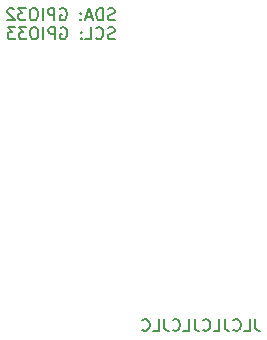
<source format=gbr>
%TF.GenerationSoftware,KiCad,Pcbnew,8.0.5*%
%TF.CreationDate,2024-09-19T11:43:03+02:00*%
%TF.ProjectId,QuinLED-ESP32-Lux,5175696e-4c45-4442-9d45-535033322d4c,rev?*%
%TF.SameCoordinates,Original*%
%TF.FileFunction,Legend,Bot*%
%TF.FilePolarity,Positive*%
%FSLAX46Y46*%
G04 Gerber Fmt 4.6, Leading zero omitted, Abs format (unit mm)*
G04 Created by KiCad (PCBNEW 8.0.5) date 2024-09-19 11:43:03*
%MOMM*%
%LPD*%
G01*
G04 APERTURE LIST*
%ADD10C,0.150000*%
G04 APERTURE END LIST*
D10*
X146564586Y-84225923D02*
X146421729Y-84273542D01*
X146421729Y-84273542D02*
X146183634Y-84273542D01*
X146183634Y-84273542D02*
X146088396Y-84225923D01*
X146088396Y-84225923D02*
X146040777Y-84178303D01*
X146040777Y-84178303D02*
X145993158Y-84083065D01*
X145993158Y-84083065D02*
X145993158Y-83987827D01*
X145993158Y-83987827D02*
X146040777Y-83892589D01*
X146040777Y-83892589D02*
X146088396Y-83844970D01*
X146088396Y-83844970D02*
X146183634Y-83797351D01*
X146183634Y-83797351D02*
X146374110Y-83749732D01*
X146374110Y-83749732D02*
X146469348Y-83702113D01*
X146469348Y-83702113D02*
X146516967Y-83654494D01*
X146516967Y-83654494D02*
X146564586Y-83559256D01*
X146564586Y-83559256D02*
X146564586Y-83464018D01*
X146564586Y-83464018D02*
X146516967Y-83368780D01*
X146516967Y-83368780D02*
X146469348Y-83321161D01*
X146469348Y-83321161D02*
X146374110Y-83273542D01*
X146374110Y-83273542D02*
X146136015Y-83273542D01*
X146136015Y-83273542D02*
X145993158Y-83321161D01*
X145564586Y-84273542D02*
X145564586Y-83273542D01*
X145564586Y-83273542D02*
X145326491Y-83273542D01*
X145326491Y-83273542D02*
X145183634Y-83321161D01*
X145183634Y-83321161D02*
X145088396Y-83416399D01*
X145088396Y-83416399D02*
X145040777Y-83511637D01*
X145040777Y-83511637D02*
X144993158Y-83702113D01*
X144993158Y-83702113D02*
X144993158Y-83844970D01*
X144993158Y-83844970D02*
X145040777Y-84035446D01*
X145040777Y-84035446D02*
X145088396Y-84130684D01*
X145088396Y-84130684D02*
X145183634Y-84225923D01*
X145183634Y-84225923D02*
X145326491Y-84273542D01*
X145326491Y-84273542D02*
X145564586Y-84273542D01*
X144612205Y-83987827D02*
X144136015Y-83987827D01*
X144707443Y-84273542D02*
X144374110Y-83273542D01*
X144374110Y-83273542D02*
X144040777Y-84273542D01*
X143707443Y-84178303D02*
X143659824Y-84225923D01*
X143659824Y-84225923D02*
X143707443Y-84273542D01*
X143707443Y-84273542D02*
X143755062Y-84225923D01*
X143755062Y-84225923D02*
X143707443Y-84178303D01*
X143707443Y-84178303D02*
X143707443Y-84273542D01*
X143707443Y-83654494D02*
X143659824Y-83702113D01*
X143659824Y-83702113D02*
X143707443Y-83749732D01*
X143707443Y-83749732D02*
X143755062Y-83702113D01*
X143755062Y-83702113D02*
X143707443Y-83654494D01*
X143707443Y-83654494D02*
X143707443Y-83749732D01*
X141945539Y-83321161D02*
X142040777Y-83273542D01*
X142040777Y-83273542D02*
X142183634Y-83273542D01*
X142183634Y-83273542D02*
X142326491Y-83321161D01*
X142326491Y-83321161D02*
X142421729Y-83416399D01*
X142421729Y-83416399D02*
X142469348Y-83511637D01*
X142469348Y-83511637D02*
X142516967Y-83702113D01*
X142516967Y-83702113D02*
X142516967Y-83844970D01*
X142516967Y-83844970D02*
X142469348Y-84035446D01*
X142469348Y-84035446D02*
X142421729Y-84130684D01*
X142421729Y-84130684D02*
X142326491Y-84225923D01*
X142326491Y-84225923D02*
X142183634Y-84273542D01*
X142183634Y-84273542D02*
X142088396Y-84273542D01*
X142088396Y-84273542D02*
X141945539Y-84225923D01*
X141945539Y-84225923D02*
X141897920Y-84178303D01*
X141897920Y-84178303D02*
X141897920Y-83844970D01*
X141897920Y-83844970D02*
X142088396Y-83844970D01*
X141469348Y-84273542D02*
X141469348Y-83273542D01*
X141469348Y-83273542D02*
X141088396Y-83273542D01*
X141088396Y-83273542D02*
X140993158Y-83321161D01*
X140993158Y-83321161D02*
X140945539Y-83368780D01*
X140945539Y-83368780D02*
X140897920Y-83464018D01*
X140897920Y-83464018D02*
X140897920Y-83606875D01*
X140897920Y-83606875D02*
X140945539Y-83702113D01*
X140945539Y-83702113D02*
X140993158Y-83749732D01*
X140993158Y-83749732D02*
X141088396Y-83797351D01*
X141088396Y-83797351D02*
X141469348Y-83797351D01*
X140469348Y-84273542D02*
X140469348Y-83273542D01*
X139802682Y-83273542D02*
X139612206Y-83273542D01*
X139612206Y-83273542D02*
X139516968Y-83321161D01*
X139516968Y-83321161D02*
X139421730Y-83416399D01*
X139421730Y-83416399D02*
X139374111Y-83606875D01*
X139374111Y-83606875D02*
X139374111Y-83940208D01*
X139374111Y-83940208D02*
X139421730Y-84130684D01*
X139421730Y-84130684D02*
X139516968Y-84225923D01*
X139516968Y-84225923D02*
X139612206Y-84273542D01*
X139612206Y-84273542D02*
X139802682Y-84273542D01*
X139802682Y-84273542D02*
X139897920Y-84225923D01*
X139897920Y-84225923D02*
X139993158Y-84130684D01*
X139993158Y-84130684D02*
X140040777Y-83940208D01*
X140040777Y-83940208D02*
X140040777Y-83606875D01*
X140040777Y-83606875D02*
X139993158Y-83416399D01*
X139993158Y-83416399D02*
X139897920Y-83321161D01*
X139897920Y-83321161D02*
X139802682Y-83273542D01*
X139040777Y-83273542D02*
X138421730Y-83273542D01*
X138421730Y-83273542D02*
X138755063Y-83654494D01*
X138755063Y-83654494D02*
X138612206Y-83654494D01*
X138612206Y-83654494D02*
X138516968Y-83702113D01*
X138516968Y-83702113D02*
X138469349Y-83749732D01*
X138469349Y-83749732D02*
X138421730Y-83844970D01*
X138421730Y-83844970D02*
X138421730Y-84083065D01*
X138421730Y-84083065D02*
X138469349Y-84178303D01*
X138469349Y-84178303D02*
X138516968Y-84225923D01*
X138516968Y-84225923D02*
X138612206Y-84273542D01*
X138612206Y-84273542D02*
X138897920Y-84273542D01*
X138897920Y-84273542D02*
X138993158Y-84225923D01*
X138993158Y-84225923D02*
X139040777Y-84178303D01*
X138040777Y-83368780D02*
X137993158Y-83321161D01*
X137993158Y-83321161D02*
X137897920Y-83273542D01*
X137897920Y-83273542D02*
X137659825Y-83273542D01*
X137659825Y-83273542D02*
X137564587Y-83321161D01*
X137564587Y-83321161D02*
X137516968Y-83368780D01*
X137516968Y-83368780D02*
X137469349Y-83464018D01*
X137469349Y-83464018D02*
X137469349Y-83559256D01*
X137469349Y-83559256D02*
X137516968Y-83702113D01*
X137516968Y-83702113D02*
X138088396Y-84273542D01*
X138088396Y-84273542D02*
X137469349Y-84273542D01*
X146564586Y-85835867D02*
X146421729Y-85883486D01*
X146421729Y-85883486D02*
X146183634Y-85883486D01*
X146183634Y-85883486D02*
X146088396Y-85835867D01*
X146088396Y-85835867D02*
X146040777Y-85788247D01*
X146040777Y-85788247D02*
X145993158Y-85693009D01*
X145993158Y-85693009D02*
X145993158Y-85597771D01*
X145993158Y-85597771D02*
X146040777Y-85502533D01*
X146040777Y-85502533D02*
X146088396Y-85454914D01*
X146088396Y-85454914D02*
X146183634Y-85407295D01*
X146183634Y-85407295D02*
X146374110Y-85359676D01*
X146374110Y-85359676D02*
X146469348Y-85312057D01*
X146469348Y-85312057D02*
X146516967Y-85264438D01*
X146516967Y-85264438D02*
X146564586Y-85169200D01*
X146564586Y-85169200D02*
X146564586Y-85073962D01*
X146564586Y-85073962D02*
X146516967Y-84978724D01*
X146516967Y-84978724D02*
X146469348Y-84931105D01*
X146469348Y-84931105D02*
X146374110Y-84883486D01*
X146374110Y-84883486D02*
X146136015Y-84883486D01*
X146136015Y-84883486D02*
X145993158Y-84931105D01*
X144993158Y-85788247D02*
X145040777Y-85835867D01*
X145040777Y-85835867D02*
X145183634Y-85883486D01*
X145183634Y-85883486D02*
X145278872Y-85883486D01*
X145278872Y-85883486D02*
X145421729Y-85835867D01*
X145421729Y-85835867D02*
X145516967Y-85740628D01*
X145516967Y-85740628D02*
X145564586Y-85645390D01*
X145564586Y-85645390D02*
X145612205Y-85454914D01*
X145612205Y-85454914D02*
X145612205Y-85312057D01*
X145612205Y-85312057D02*
X145564586Y-85121581D01*
X145564586Y-85121581D02*
X145516967Y-85026343D01*
X145516967Y-85026343D02*
X145421729Y-84931105D01*
X145421729Y-84931105D02*
X145278872Y-84883486D01*
X145278872Y-84883486D02*
X145183634Y-84883486D01*
X145183634Y-84883486D02*
X145040777Y-84931105D01*
X145040777Y-84931105D02*
X144993158Y-84978724D01*
X144088396Y-85883486D02*
X144564586Y-85883486D01*
X144564586Y-85883486D02*
X144564586Y-84883486D01*
X143755062Y-85788247D02*
X143707443Y-85835867D01*
X143707443Y-85835867D02*
X143755062Y-85883486D01*
X143755062Y-85883486D02*
X143802681Y-85835867D01*
X143802681Y-85835867D02*
X143755062Y-85788247D01*
X143755062Y-85788247D02*
X143755062Y-85883486D01*
X143755062Y-85264438D02*
X143707443Y-85312057D01*
X143707443Y-85312057D02*
X143755062Y-85359676D01*
X143755062Y-85359676D02*
X143802681Y-85312057D01*
X143802681Y-85312057D02*
X143755062Y-85264438D01*
X143755062Y-85264438D02*
X143755062Y-85359676D01*
X141993158Y-84931105D02*
X142088396Y-84883486D01*
X142088396Y-84883486D02*
X142231253Y-84883486D01*
X142231253Y-84883486D02*
X142374110Y-84931105D01*
X142374110Y-84931105D02*
X142469348Y-85026343D01*
X142469348Y-85026343D02*
X142516967Y-85121581D01*
X142516967Y-85121581D02*
X142564586Y-85312057D01*
X142564586Y-85312057D02*
X142564586Y-85454914D01*
X142564586Y-85454914D02*
X142516967Y-85645390D01*
X142516967Y-85645390D02*
X142469348Y-85740628D01*
X142469348Y-85740628D02*
X142374110Y-85835867D01*
X142374110Y-85835867D02*
X142231253Y-85883486D01*
X142231253Y-85883486D02*
X142136015Y-85883486D01*
X142136015Y-85883486D02*
X141993158Y-85835867D01*
X141993158Y-85835867D02*
X141945539Y-85788247D01*
X141945539Y-85788247D02*
X141945539Y-85454914D01*
X141945539Y-85454914D02*
X142136015Y-85454914D01*
X141516967Y-85883486D02*
X141516967Y-84883486D01*
X141516967Y-84883486D02*
X141136015Y-84883486D01*
X141136015Y-84883486D02*
X141040777Y-84931105D01*
X141040777Y-84931105D02*
X140993158Y-84978724D01*
X140993158Y-84978724D02*
X140945539Y-85073962D01*
X140945539Y-85073962D02*
X140945539Y-85216819D01*
X140945539Y-85216819D02*
X140993158Y-85312057D01*
X140993158Y-85312057D02*
X141040777Y-85359676D01*
X141040777Y-85359676D02*
X141136015Y-85407295D01*
X141136015Y-85407295D02*
X141516967Y-85407295D01*
X140516967Y-85883486D02*
X140516967Y-84883486D01*
X139850301Y-84883486D02*
X139659825Y-84883486D01*
X139659825Y-84883486D02*
X139564587Y-84931105D01*
X139564587Y-84931105D02*
X139469349Y-85026343D01*
X139469349Y-85026343D02*
X139421730Y-85216819D01*
X139421730Y-85216819D02*
X139421730Y-85550152D01*
X139421730Y-85550152D02*
X139469349Y-85740628D01*
X139469349Y-85740628D02*
X139564587Y-85835867D01*
X139564587Y-85835867D02*
X139659825Y-85883486D01*
X139659825Y-85883486D02*
X139850301Y-85883486D01*
X139850301Y-85883486D02*
X139945539Y-85835867D01*
X139945539Y-85835867D02*
X140040777Y-85740628D01*
X140040777Y-85740628D02*
X140088396Y-85550152D01*
X140088396Y-85550152D02*
X140088396Y-85216819D01*
X140088396Y-85216819D02*
X140040777Y-85026343D01*
X140040777Y-85026343D02*
X139945539Y-84931105D01*
X139945539Y-84931105D02*
X139850301Y-84883486D01*
X139088396Y-84883486D02*
X138469349Y-84883486D01*
X138469349Y-84883486D02*
X138802682Y-85264438D01*
X138802682Y-85264438D02*
X138659825Y-85264438D01*
X138659825Y-85264438D02*
X138564587Y-85312057D01*
X138564587Y-85312057D02*
X138516968Y-85359676D01*
X138516968Y-85359676D02*
X138469349Y-85454914D01*
X138469349Y-85454914D02*
X138469349Y-85693009D01*
X138469349Y-85693009D02*
X138516968Y-85788247D01*
X138516968Y-85788247D02*
X138564587Y-85835867D01*
X138564587Y-85835867D02*
X138659825Y-85883486D01*
X138659825Y-85883486D02*
X138945539Y-85883486D01*
X138945539Y-85883486D02*
X139040777Y-85835867D01*
X139040777Y-85835867D02*
X139088396Y-85788247D01*
X138136015Y-84883486D02*
X137516968Y-84883486D01*
X137516968Y-84883486D02*
X137850301Y-85264438D01*
X137850301Y-85264438D02*
X137707444Y-85264438D01*
X137707444Y-85264438D02*
X137612206Y-85312057D01*
X137612206Y-85312057D02*
X137564587Y-85359676D01*
X137564587Y-85359676D02*
X137516968Y-85454914D01*
X137516968Y-85454914D02*
X137516968Y-85693009D01*
X137516968Y-85693009D02*
X137564587Y-85788247D01*
X137564587Y-85788247D02*
X137612206Y-85835867D01*
X137612206Y-85835867D02*
X137707444Y-85883486D01*
X137707444Y-85883486D02*
X137993158Y-85883486D01*
X137993158Y-85883486D02*
X138088396Y-85835867D01*
X138088396Y-85835867D02*
X138136015Y-85788247D01*
X158469275Y-109590366D02*
X158469275Y-110304651D01*
X158469275Y-110304651D02*
X158516894Y-110447508D01*
X158516894Y-110447508D02*
X158612132Y-110542747D01*
X158612132Y-110542747D02*
X158754989Y-110590366D01*
X158754989Y-110590366D02*
X158850227Y-110590366D01*
X157516894Y-110590366D02*
X157993084Y-110590366D01*
X157993084Y-110590366D02*
X157993084Y-109590366D01*
X156612132Y-110495127D02*
X156659751Y-110542747D01*
X156659751Y-110542747D02*
X156802608Y-110590366D01*
X156802608Y-110590366D02*
X156897846Y-110590366D01*
X156897846Y-110590366D02*
X157040703Y-110542747D01*
X157040703Y-110542747D02*
X157135941Y-110447508D01*
X157135941Y-110447508D02*
X157183560Y-110352270D01*
X157183560Y-110352270D02*
X157231179Y-110161794D01*
X157231179Y-110161794D02*
X157231179Y-110018937D01*
X157231179Y-110018937D02*
X157183560Y-109828461D01*
X157183560Y-109828461D02*
X157135941Y-109733223D01*
X157135941Y-109733223D02*
X157040703Y-109637985D01*
X157040703Y-109637985D02*
X156897846Y-109590366D01*
X156897846Y-109590366D02*
X156802608Y-109590366D01*
X156802608Y-109590366D02*
X156659751Y-109637985D01*
X156659751Y-109637985D02*
X156612132Y-109685604D01*
X155897846Y-109590366D02*
X155897846Y-110304651D01*
X155897846Y-110304651D02*
X155945465Y-110447508D01*
X155945465Y-110447508D02*
X156040703Y-110542747D01*
X156040703Y-110542747D02*
X156183560Y-110590366D01*
X156183560Y-110590366D02*
X156278798Y-110590366D01*
X154945465Y-110590366D02*
X155421655Y-110590366D01*
X155421655Y-110590366D02*
X155421655Y-109590366D01*
X154040703Y-110495127D02*
X154088322Y-110542747D01*
X154088322Y-110542747D02*
X154231179Y-110590366D01*
X154231179Y-110590366D02*
X154326417Y-110590366D01*
X154326417Y-110590366D02*
X154469274Y-110542747D01*
X154469274Y-110542747D02*
X154564512Y-110447508D01*
X154564512Y-110447508D02*
X154612131Y-110352270D01*
X154612131Y-110352270D02*
X154659750Y-110161794D01*
X154659750Y-110161794D02*
X154659750Y-110018937D01*
X154659750Y-110018937D02*
X154612131Y-109828461D01*
X154612131Y-109828461D02*
X154564512Y-109733223D01*
X154564512Y-109733223D02*
X154469274Y-109637985D01*
X154469274Y-109637985D02*
X154326417Y-109590366D01*
X154326417Y-109590366D02*
X154231179Y-109590366D01*
X154231179Y-109590366D02*
X154088322Y-109637985D01*
X154088322Y-109637985D02*
X154040703Y-109685604D01*
X153326417Y-109590366D02*
X153326417Y-110304651D01*
X153326417Y-110304651D02*
X153374036Y-110447508D01*
X153374036Y-110447508D02*
X153469274Y-110542747D01*
X153469274Y-110542747D02*
X153612131Y-110590366D01*
X153612131Y-110590366D02*
X153707369Y-110590366D01*
X152374036Y-110590366D02*
X152850226Y-110590366D01*
X152850226Y-110590366D02*
X152850226Y-109590366D01*
X151469274Y-110495127D02*
X151516893Y-110542747D01*
X151516893Y-110542747D02*
X151659750Y-110590366D01*
X151659750Y-110590366D02*
X151754988Y-110590366D01*
X151754988Y-110590366D02*
X151897845Y-110542747D01*
X151897845Y-110542747D02*
X151993083Y-110447508D01*
X151993083Y-110447508D02*
X152040702Y-110352270D01*
X152040702Y-110352270D02*
X152088321Y-110161794D01*
X152088321Y-110161794D02*
X152088321Y-110018937D01*
X152088321Y-110018937D02*
X152040702Y-109828461D01*
X152040702Y-109828461D02*
X151993083Y-109733223D01*
X151993083Y-109733223D02*
X151897845Y-109637985D01*
X151897845Y-109637985D02*
X151754988Y-109590366D01*
X151754988Y-109590366D02*
X151659750Y-109590366D01*
X151659750Y-109590366D02*
X151516893Y-109637985D01*
X151516893Y-109637985D02*
X151469274Y-109685604D01*
X150754988Y-109590366D02*
X150754988Y-110304651D01*
X150754988Y-110304651D02*
X150802607Y-110447508D01*
X150802607Y-110447508D02*
X150897845Y-110542747D01*
X150897845Y-110542747D02*
X151040702Y-110590366D01*
X151040702Y-110590366D02*
X151135940Y-110590366D01*
X149802607Y-110590366D02*
X150278797Y-110590366D01*
X150278797Y-110590366D02*
X150278797Y-109590366D01*
X148897845Y-110495127D02*
X148945464Y-110542747D01*
X148945464Y-110542747D02*
X149088321Y-110590366D01*
X149088321Y-110590366D02*
X149183559Y-110590366D01*
X149183559Y-110590366D02*
X149326416Y-110542747D01*
X149326416Y-110542747D02*
X149421654Y-110447508D01*
X149421654Y-110447508D02*
X149469273Y-110352270D01*
X149469273Y-110352270D02*
X149516892Y-110161794D01*
X149516892Y-110161794D02*
X149516892Y-110018937D01*
X149516892Y-110018937D02*
X149469273Y-109828461D01*
X149469273Y-109828461D02*
X149421654Y-109733223D01*
X149421654Y-109733223D02*
X149326416Y-109637985D01*
X149326416Y-109637985D02*
X149183559Y-109590366D01*
X149183559Y-109590366D02*
X149088321Y-109590366D01*
X149088321Y-109590366D02*
X148945464Y-109637985D01*
X148945464Y-109637985D02*
X148897845Y-109685604D01*
M02*

</source>
